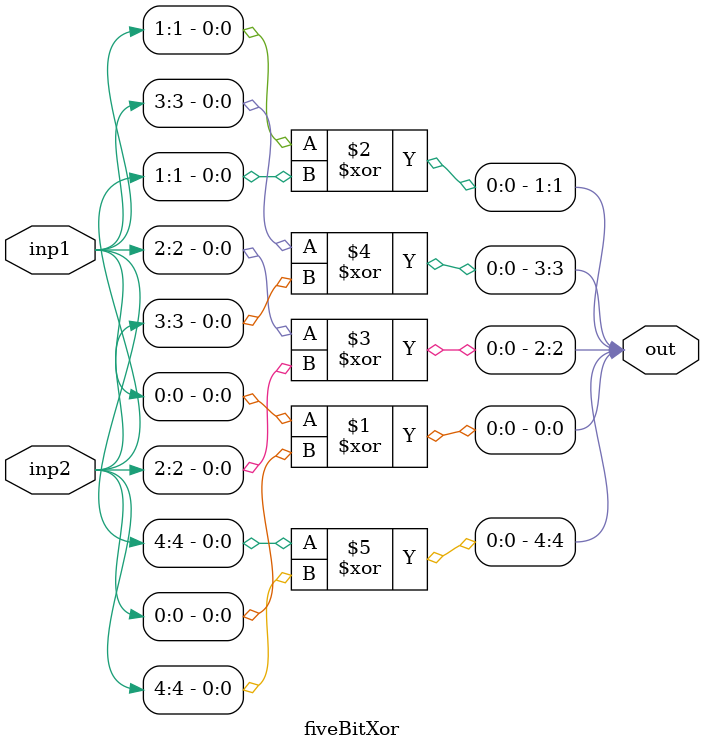
<source format=v>
module fiveBitXor(out, inp1, inp2);
	// Input - Output declaration
	input [4:0]inp1, inp2;
	output [4:0]out;
	
	
	// Operation for 5-bit xor gate
	// Using five 1-bit xor gates to create 5-bit xor gate
	xor g1(out[0], inp1[0], inp2[0]);
	xor g2(out[1], inp1[1], inp2[1]);
	xor g3(out[2], inp1[2], inp2[2]);
	xor g4(out[3], inp1[3], inp2[3]);
	xor g5(out[4], inp1[4], inp2[4]);
endmodule
</source>
